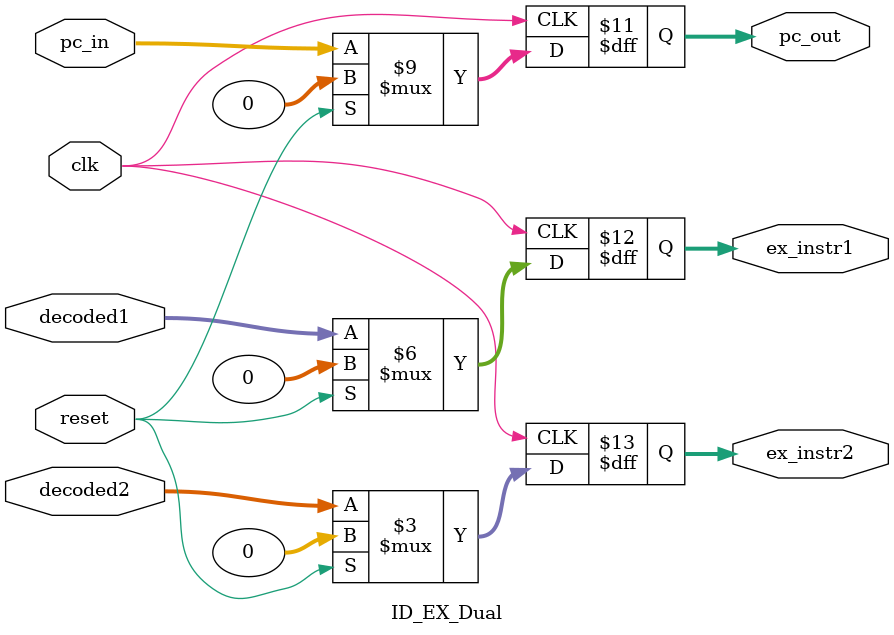
<source format=v>
`timescale 1ns/1ps
module ID_EX_Dual(
    input clk,
    input reset,
    input [31:0] pc_in,
    input [31:0] decoded1,
    input [31:0] decoded2,
    output reg [31:0] pc_out,
    output reg [31:0] ex_instr1,
    output reg [31:0] ex_instr2
);
    always @(posedge clk) begin
        if(reset) begin
            pc_out    <= 32'd0;
            ex_instr1 <= 32'd0;
            ex_instr2 <= 32'd0;
        end else begin
            pc_out    <= pc_in;
            ex_instr1 <= decoded1;
            ex_instr2 <= decoded2;
        end
    end
endmodule

</source>
